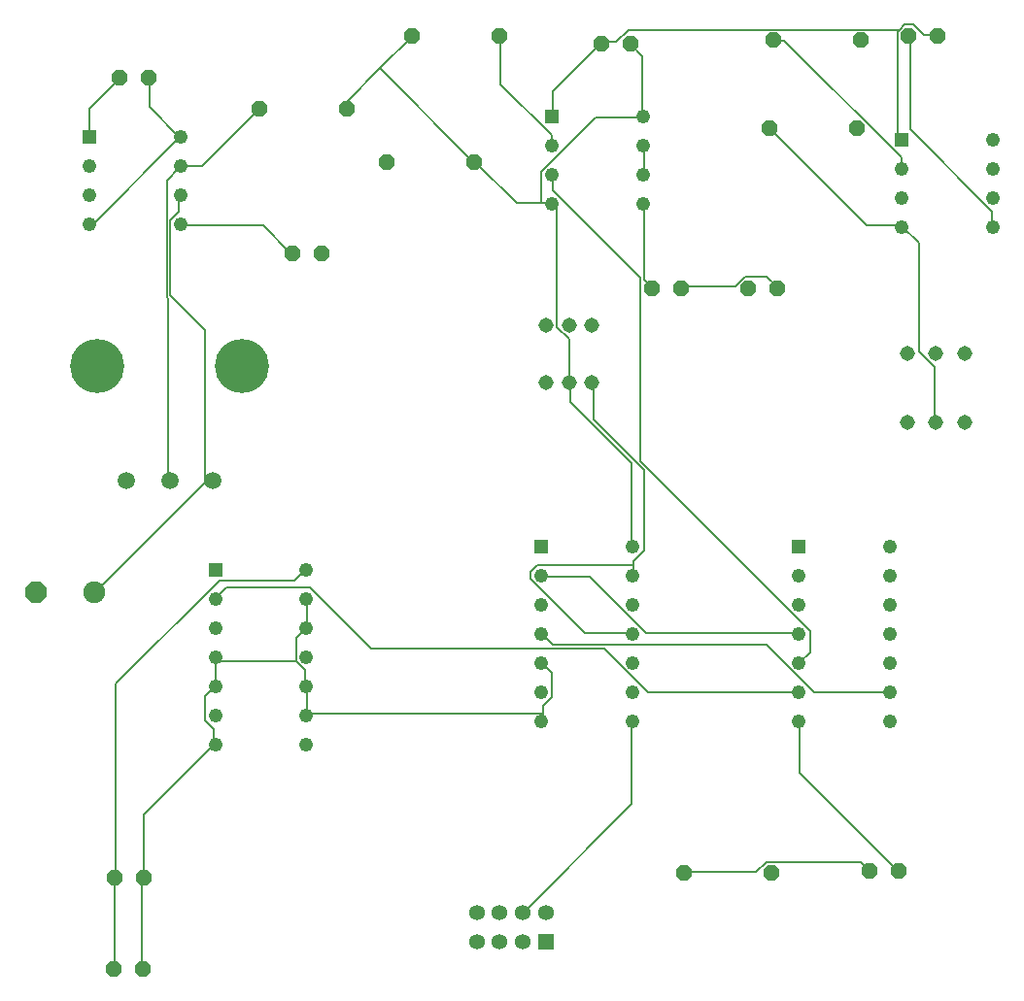
<source format=gbr>
G04 EAGLE Gerber RS-274X export*
G75*
%MOMM*%
%FSLAX34Y34*%
%LPD*%
%INTop Copper*%
%IPPOS*%
%AMOC8*
5,1,8,0,0,1.08239X$1,22.5*%
G01*
%ADD10R,1.238000X1.238000*%
%ADD11C,1.238000*%
%ADD12R,1.358000X1.358000*%
%ADD13C,1.358000*%
%ADD14P,1.429621X8X202.500000*%
%ADD15P,1.429621X8X22.500000*%
%ADD16C,1.905000*%
%ADD17P,2.061953X8X202.500000*%
%ADD18C,1.508000*%
%ADD19C,4.708000*%
%ADD20C,1.308000*%
%ADD21C,0.152400*%


D10*
X759800Y437800D03*
D11*
X759800Y412400D03*
X759800Y387000D03*
X759800Y361600D03*
X759800Y336200D03*
X759800Y310800D03*
X759800Y285400D03*
X839200Y285400D03*
X839200Y310800D03*
X839200Y336200D03*
X839200Y361600D03*
X839200Y387000D03*
X839200Y412400D03*
X839200Y437800D03*
D12*
X539100Y93300D03*
D13*
X539100Y118300D03*
X519100Y93300D03*
X519100Y118300D03*
X499100Y93300D03*
X499100Y118300D03*
X479100Y93300D03*
X479100Y118300D03*
D14*
X612600Y876600D03*
X587200Y876600D03*
X193400Y846600D03*
X168000Y846600D03*
D15*
X855200Y883400D03*
X880600Y883400D03*
X631700Y663400D03*
X657100Y663400D03*
X318200Y693400D03*
X343600Y693400D03*
X715800Y663400D03*
X741200Y663400D03*
D16*
X145900Y397700D03*
D17*
X95100Y397700D03*
D15*
X163300Y149600D03*
X188700Y149600D03*
X162500Y69600D03*
X187900Y69600D03*
D10*
X141500Y794800D03*
D11*
X141500Y769400D03*
X141500Y744000D03*
X141500Y718600D03*
X220900Y718600D03*
X220900Y744000D03*
X220900Y769400D03*
X220900Y794800D03*
D10*
X544400Y812600D03*
D11*
X544400Y787200D03*
X544400Y761800D03*
X544400Y736400D03*
X623800Y736400D03*
X623800Y761800D03*
X623800Y787200D03*
X623800Y812600D03*
D10*
X849300Y792600D03*
D11*
X849300Y767200D03*
X849300Y741800D03*
X849300Y716400D03*
X928700Y716400D03*
X928700Y741800D03*
X928700Y767200D03*
X928700Y792600D03*
D15*
X821690Y154940D03*
X847090Y154940D03*
D10*
X535500Y437800D03*
D11*
X535500Y412400D03*
X535500Y387000D03*
X535500Y361600D03*
X535500Y336200D03*
X535500Y310800D03*
X535500Y285400D03*
X614900Y285400D03*
X614900Y310800D03*
X614900Y336200D03*
X614900Y361600D03*
X614900Y387000D03*
X614900Y412400D03*
X614900Y437800D03*
D10*
X251200Y417800D03*
D11*
X251200Y392400D03*
X251200Y367000D03*
X251200Y341600D03*
X251200Y316200D03*
X251200Y290800D03*
X251200Y265400D03*
X330600Y265400D03*
X330600Y290800D03*
X330600Y316200D03*
X330600Y341600D03*
X330600Y367000D03*
X330600Y392400D03*
X330600Y417800D03*
D18*
X173900Y495100D03*
X211400Y495100D03*
X248900Y495100D03*
D19*
X148400Y595100D03*
X274400Y595100D03*
D15*
X289300Y819600D03*
X365500Y819600D03*
X737700Y879600D03*
X813900Y879600D03*
X734100Y803100D03*
X810300Y803100D03*
X422500Y883100D03*
X498700Y883100D03*
X400900Y773100D03*
X477100Y773100D03*
X659300Y153100D03*
X735500Y153100D03*
D20*
X853900Y546400D03*
X878900Y546400D03*
X903900Y546400D03*
X903900Y606400D03*
X878900Y606400D03*
X853900Y606400D03*
X539500Y581100D03*
X559500Y581100D03*
X579500Y581100D03*
X539500Y631100D03*
X559500Y631100D03*
X579500Y631100D03*
D21*
X760476Y284988D02*
X760476Y240792D01*
X845820Y155448D01*
X760476Y284988D02*
X759800Y285400D01*
X845820Y155448D02*
X847090Y154940D01*
X536448Y292608D02*
X536448Y298704D01*
X536448Y292608D02*
X536448Y286512D01*
X536448Y298704D02*
X544068Y306324D01*
X544068Y327660D01*
X536448Y335280D01*
X536448Y286512D02*
X535500Y285400D01*
X536448Y335280D02*
X535500Y336200D01*
X330708Y315468D02*
X330708Y292608D01*
X330708Y291084D01*
X330600Y290800D01*
X330708Y315468D02*
X330600Y316200D01*
X330708Y367284D02*
X330708Y391668D01*
X330708Y367284D02*
X330600Y367000D01*
X330708Y391668D02*
X330600Y392400D01*
X329184Y330708D02*
X329184Y316992D01*
X329184Y330708D02*
X321564Y338328D01*
X321564Y358140D01*
X329184Y365760D01*
X329184Y316992D02*
X330600Y316200D01*
X329184Y365760D02*
X330600Y367000D01*
X187452Y149352D02*
X187452Y70104D01*
X187900Y69600D01*
X187452Y149352D02*
X188700Y149600D01*
X249936Y266700D02*
X249936Y278892D01*
X242316Y286512D01*
X242316Y307848D01*
X249936Y315468D01*
X249936Y266700D02*
X251200Y265400D01*
X249936Y315468D02*
X251200Y316200D01*
X251460Y316992D02*
X251460Y338328D01*
X251460Y341376D01*
X251200Y341600D01*
X251460Y316992D02*
X251200Y316200D01*
X188976Y204216D02*
X188976Y150876D01*
X188976Y204216D02*
X249936Y265176D01*
X188976Y150876D02*
X188700Y149600D01*
X249936Y265176D02*
X251200Y265400D01*
X251460Y338328D02*
X321564Y338328D01*
X251460Y338328D02*
X251200Y341600D01*
X330708Y292608D02*
X536448Y292608D01*
X330708Y292608D02*
X330600Y290800D01*
X658368Y664464D02*
X704088Y664464D01*
X713232Y673608D01*
X731520Y673608D01*
X740664Y664464D01*
X658368Y664464D02*
X657100Y663400D01*
X740664Y664464D02*
X741200Y663400D01*
X615696Y425196D02*
X615696Y422148D01*
X615696Y413004D01*
X615696Y425196D02*
X624840Y434340D01*
X624840Y504444D01*
X580644Y548640D01*
X580644Y580644D01*
X615696Y413004D02*
X614900Y412400D01*
X580644Y580644D02*
X579500Y581100D01*
X141732Y795528D02*
X141732Y819912D01*
X167640Y845820D01*
X141732Y795528D02*
X141500Y794800D01*
X167640Y845820D02*
X168000Y846600D01*
X545592Y835152D02*
X545592Y813816D01*
X545592Y835152D02*
X586740Y876300D01*
X545592Y813816D02*
X544400Y812600D01*
X586740Y876300D02*
X587200Y876600D01*
X868680Y883920D02*
X879348Y883920D01*
X868680Y883920D02*
X859536Y893064D01*
X851916Y893064D01*
X847344Y888492D02*
X845820Y886968D01*
X847344Y888492D02*
X851916Y893064D01*
X845820Y886968D02*
X845820Y797052D01*
X848868Y794004D01*
X880600Y883400D02*
X879348Y883920D01*
X848868Y794004D02*
X849300Y792600D01*
X600456Y877824D02*
X588264Y877824D01*
X600456Y877824D02*
X611124Y888492D01*
X847344Y888492D01*
X588264Y877824D02*
X587200Y876600D01*
X573024Y362712D02*
X614172Y362712D01*
X573024Y362712D02*
X525780Y409956D01*
X525780Y416052D01*
X531876Y422148D01*
X615696Y422148D01*
X614172Y362712D02*
X614900Y361600D01*
X163068Y149352D02*
X163068Y70104D01*
X162500Y69600D01*
X163068Y149352D02*
X163300Y149600D01*
X164592Y150876D02*
X164592Y318516D01*
X254508Y408432D01*
X320040Y408432D01*
X329184Y417576D01*
X164592Y150876D02*
X163300Y149600D01*
X329184Y417576D02*
X330600Y417800D01*
X144780Y719328D02*
X141732Y719328D01*
X144780Y719328D02*
X219456Y794004D01*
X141732Y719328D02*
X141500Y718600D01*
X219456Y794004D02*
X220900Y794800D01*
X193548Y821436D02*
X193548Y845820D01*
X193548Y821436D02*
X219456Y795528D01*
X193548Y845820D02*
X193400Y846600D01*
X219456Y795528D02*
X220900Y794800D01*
X365760Y819912D02*
X365760Y826008D01*
X394716Y854964D02*
X422148Y882396D01*
X394716Y854964D02*
X365760Y826008D01*
X365760Y819912D02*
X365500Y819600D01*
X422148Y882396D02*
X422500Y883100D01*
X623316Y865632D02*
X623316Y813816D01*
X623316Y865632D02*
X612648Y876300D01*
X623316Y813816D02*
X623800Y812600D01*
X612648Y876300D02*
X612600Y876600D01*
X534924Y737616D02*
X513588Y737616D01*
X534924Y737616D02*
X544068Y737616D01*
X513588Y737616D02*
X478536Y772668D01*
X544068Y737616D02*
X544400Y736400D01*
X478536Y772668D02*
X477100Y773100D01*
X559308Y618744D02*
X559308Y582168D01*
X559308Y618744D02*
X548640Y629412D01*
X548640Y733044D01*
X545592Y736092D01*
X559308Y582168D02*
X559500Y581100D01*
X545592Y736092D02*
X544400Y736400D01*
X582168Y812292D02*
X623316Y812292D01*
X582168Y812292D02*
X534924Y765048D01*
X534924Y737616D01*
X623316Y812292D02*
X623800Y812600D01*
X477012Y772668D02*
X394716Y854964D01*
X477100Y773100D02*
X477012Y772668D01*
X614172Y510540D02*
X614172Y438912D01*
X614172Y510540D02*
X560832Y563880D01*
X560832Y580644D01*
X614172Y438912D02*
X614900Y437800D01*
X560832Y580644D02*
X559500Y581100D01*
X239268Y769620D02*
X220980Y769620D01*
X239268Y769620D02*
X288036Y818388D01*
X220980Y769620D02*
X220900Y769400D01*
X288036Y818388D02*
X289300Y819600D01*
X210312Y653796D02*
X210312Y495300D01*
X210312Y653796D02*
X208788Y655320D01*
X208788Y757428D01*
X219456Y768096D01*
X210312Y495300D02*
X211400Y495100D01*
X219456Y768096D02*
X220900Y769400D01*
X242316Y493776D02*
X248412Y493776D01*
X242316Y493776D02*
X146304Y397764D01*
X248412Y493776D02*
X248900Y495100D01*
X146304Y397764D02*
X145900Y397700D01*
X219456Y729996D02*
X219456Y743712D01*
X219456Y729996D02*
X211836Y722376D01*
X211836Y656844D01*
X242316Y626364D01*
X242316Y493776D01*
X219456Y743712D02*
X220900Y744000D01*
X248900Y495100D02*
X242316Y493776D01*
X220980Y717804D02*
X292608Y717804D01*
X316992Y693420D01*
X220980Y717804D02*
X220900Y718600D01*
X316992Y693420D02*
X318200Y693400D01*
X624840Y762000D02*
X624840Y786384D01*
X624840Y762000D02*
X623800Y761800D01*
X624840Y786384D02*
X623800Y787200D01*
X624840Y736092D02*
X624840Y670560D01*
X630936Y664464D01*
X624840Y736092D02*
X623800Y736400D01*
X630936Y664464D02*
X631700Y663400D01*
X545592Y748284D02*
X545592Y760476D01*
X545592Y748284D02*
X621792Y672084D01*
X621792Y512064D01*
X769620Y364236D01*
X769620Y345948D01*
X760476Y336804D01*
X545592Y760476D02*
X544400Y761800D01*
X760476Y336804D02*
X759800Y336200D01*
X544068Y787908D02*
X544068Y797052D01*
X499872Y841248D01*
X499872Y882396D01*
X544068Y787908D02*
X544400Y787200D01*
X499872Y882396D02*
X498700Y883100D01*
X848868Y777240D02*
X848868Y768096D01*
X848868Y777240D02*
X746760Y879348D01*
X739140Y879348D01*
X848868Y768096D02*
X849300Y767200D01*
X739140Y879348D02*
X737700Y879600D01*
X818388Y717804D02*
X848868Y717804D01*
X818388Y717804D02*
X734568Y801624D01*
X848868Y717804D02*
X849300Y716400D01*
X734568Y801624D02*
X734100Y803100D01*
X877824Y594360D02*
X877824Y547116D01*
X877824Y594360D02*
X864108Y608076D01*
X864108Y702564D01*
X850392Y716280D01*
X877824Y547116D02*
X878900Y546400D01*
X850392Y716280D02*
X849300Y716400D01*
X928116Y717804D02*
X928116Y729996D01*
X856488Y801624D01*
X856488Y882396D01*
X928116Y717804D02*
X928700Y716400D01*
X856488Y882396D02*
X855200Y883400D01*
X722376Y153924D02*
X659892Y153924D01*
X722376Y153924D02*
X731520Y163068D01*
X813816Y163068D01*
X821436Y155448D01*
X659892Y153924D02*
X659300Y153100D01*
X821436Y155448D02*
X821690Y154940D01*
X758952Y362712D02*
X626364Y362712D01*
X577596Y411480D01*
X536448Y411480D01*
X758952Y362712D02*
X759800Y361600D01*
X536448Y411480D02*
X535500Y412400D01*
X772668Y310896D02*
X838200Y310896D01*
X772668Y310896D02*
X731520Y352044D01*
X545592Y352044D01*
X536448Y361188D01*
X838200Y310896D02*
X839200Y310800D01*
X536448Y361188D02*
X535500Y361600D01*
X614172Y284988D02*
X614172Y213360D01*
X519684Y118872D01*
X614172Y284988D02*
X614900Y285400D01*
X519684Y118872D02*
X519100Y118300D01*
X627888Y310896D02*
X758952Y310896D01*
X627888Y310896D02*
X589788Y348996D01*
X387096Y348996D01*
X333756Y402336D01*
X260604Y402336D01*
X251460Y393192D01*
X758952Y310896D02*
X759800Y310800D01*
X251460Y393192D02*
X251200Y392400D01*
M02*

</source>
